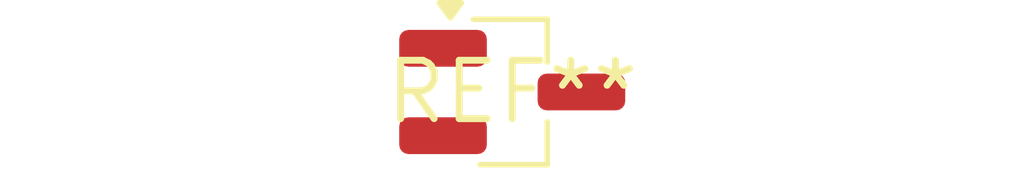
<source format=kicad_pcb>
(kicad_pcb (version 20240108) (generator pcbnew)
  (layers (0 "F.Cu" signal) (31 "B.Cu" signal) (34 "B.Paste" user) (35 "F.Paste" user) (36 "B.SilkS" user "B.Silkscreen") (37 "F.SilkS" user "F.Silkscreen") (38 "B.Mask" user) (39 "F.Mask" user) (44 "Edge.Cuts" user))
  (net 0 "")
  (footprint "SOT-23_Handsoldering" (layer "F.Cu") (at 0 0)
    (property "Reference" "REF**")
    (property "Value" "SOT-23_Handsoldering")
    (fp_line (start -0.04 -1.58) (end -0.84 -1.58) (layer "F.SilkS") (stroke (width 0.12)))
    (fp_line (start -0.04 -1.58) (end 0.76 -1.58) (layer "F.SilkS") (stroke (width 0.12)))
    (fp_line (start 0.76 -1.58) (end 0.76 -0.65) (layer "F.SilkS") (stroke (width 0.12)))
    (fp_line (start 0.76 1.58) (end -0.7 1.58) (layer "F.SilkS") (stroke (width 0.12)))
    (fp_line (start 0.76 1.58) (end 0.76 0.65) (layer "F.SilkS") (stroke (width 0.12)))
    (fp_poly (pts (xy -1.34 -1.61) (xy -1.58 -1.94) (xy -1.1 -1.94) (xy -1.34 -1.61)) (layer "F.SilkS") (stroke (width 0.12)) (fill solid))
    (pad "1" smd roundrect (at -1.5 -0.95) (size 1.9 0.8) (layers "F.Cu" "F.Paste" "F.Mask"))
    (pad "2" smd roundrect (at -1.5 0.95) (size 1.9 0.8) (layers "F.Cu" "F.Paste" "F.Mask"))
    (pad "3" smd roundrect (at 1.5 0) (size 1.9 0.8) (layers "F.Cu" "F.Paste" "F.Mask"))
  )
)
</source>
